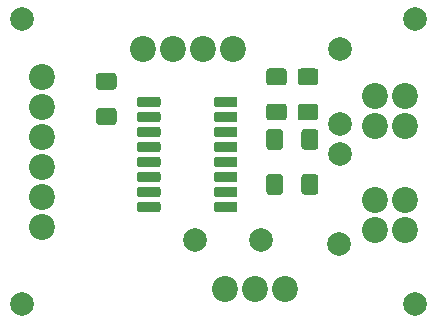
<source format=gbr>
%TF.GenerationSoftware,KiCad,Pcbnew,(5.1.6)-1*%
%TF.CreationDate,2025-08-30T03:37:39-05:00*%
%TF.ProjectId,max3232_board,6d617833-3233-4325-9f62-6f6172642e6b,rev?*%
%TF.SameCoordinates,PX1bdb590PY3072580*%
%TF.FileFunction,Soldermask,Bot*%
%TF.FilePolarity,Negative*%
%FSLAX46Y46*%
G04 Gerber Fmt 4.6, Leading zero omitted, Abs format (unit mm)*
G04 Created by KiCad (PCBNEW (5.1.6)-1) date 2025-08-30 03:37:39*
%MOMM*%
%LPD*%
G01*
G04 APERTURE LIST*
%ADD10C,2.000000*%
%ADD11C,2.200000*%
G04 APERTURE END LIST*
D10*
%TO.C,REF\u002A\u002A*%
X35814000Y26670000D03*
%TD*%
%TO.C,REF\u002A\u002A*%
X35814000Y2540000D03*
%TD*%
%TO.C,REF\u002A\u002A*%
X2540000Y2540000D03*
%TD*%
%TO.C,REF\u002A\u002A*%
X2540000Y26670000D03*
%TD*%
%TO.C,C1*%
G36*
G01*
X27358500Y18120000D02*
X26108500Y18120000D01*
G75*
G02*
X25858500Y18370000I0J250000D01*
G01*
X25858500Y19295000D01*
G75*
G02*
X26108500Y19545000I250000J0D01*
G01*
X27358500Y19545000D01*
G75*
G02*
X27608500Y19295000I0J-250000D01*
G01*
X27608500Y18370000D01*
G75*
G02*
X27358500Y18120000I-250000J0D01*
G01*
G37*
G36*
G01*
X27358500Y21095000D02*
X26108500Y21095000D01*
G75*
G02*
X25858500Y21345000I0J250000D01*
G01*
X25858500Y22270000D01*
G75*
G02*
X26108500Y22520000I250000J0D01*
G01*
X27358500Y22520000D01*
G75*
G02*
X27608500Y22270000I0J-250000D01*
G01*
X27608500Y21345000D01*
G75*
G02*
X27358500Y21095000I-250000J0D01*
G01*
G37*
%TD*%
%TO.C,C2*%
G36*
G01*
X26175000Y12075000D02*
X26175000Y13325000D01*
G75*
G02*
X26425000Y13575000I250000J0D01*
G01*
X27350000Y13575000D01*
G75*
G02*
X27600000Y13325000I0J-250000D01*
G01*
X27600000Y12075000D01*
G75*
G02*
X27350000Y11825000I-250000J0D01*
G01*
X26425000Y11825000D01*
G75*
G02*
X26175000Y12075000I0J250000D01*
G01*
G37*
G36*
G01*
X23200000Y12075000D02*
X23200000Y13325000D01*
G75*
G02*
X23450000Y13575000I250000J0D01*
G01*
X24375000Y13575000D01*
G75*
G02*
X24625000Y13325000I0J-250000D01*
G01*
X24625000Y12075000D01*
G75*
G02*
X24375000Y11825000I-250000J0D01*
G01*
X23450000Y11825000D01*
G75*
G02*
X23200000Y12075000I0J250000D01*
G01*
G37*
%TD*%
%TO.C,C3*%
G36*
G01*
X24691500Y18120000D02*
X23441500Y18120000D01*
G75*
G02*
X23191500Y18370000I0J250000D01*
G01*
X23191500Y19295000D01*
G75*
G02*
X23441500Y19545000I250000J0D01*
G01*
X24691500Y19545000D01*
G75*
G02*
X24941500Y19295000I0J-250000D01*
G01*
X24941500Y18370000D01*
G75*
G02*
X24691500Y18120000I-250000J0D01*
G01*
G37*
G36*
G01*
X24691500Y21095000D02*
X23441500Y21095000D01*
G75*
G02*
X23191500Y21345000I0J250000D01*
G01*
X23191500Y22270000D01*
G75*
G02*
X23441500Y22520000I250000J0D01*
G01*
X24691500Y22520000D01*
G75*
G02*
X24941500Y22270000I0J-250000D01*
G01*
X24941500Y21345000D01*
G75*
G02*
X24691500Y21095000I-250000J0D01*
G01*
G37*
%TD*%
%TO.C,C4*%
G36*
G01*
X27600000Y17135000D02*
X27600000Y15885000D01*
G75*
G02*
X27350000Y15635000I-250000J0D01*
G01*
X26425000Y15635000D01*
G75*
G02*
X26175000Y15885000I0J250000D01*
G01*
X26175000Y17135000D01*
G75*
G02*
X26425000Y17385000I250000J0D01*
G01*
X27350000Y17385000D01*
G75*
G02*
X27600000Y17135000I0J-250000D01*
G01*
G37*
G36*
G01*
X24625000Y17135000D02*
X24625000Y15885000D01*
G75*
G02*
X24375000Y15635000I-250000J0D01*
G01*
X23450000Y15635000D01*
G75*
G02*
X23200000Y15885000I0J250000D01*
G01*
X23200000Y17135000D01*
G75*
G02*
X23450000Y17385000I250000J0D01*
G01*
X24375000Y17385000D01*
G75*
G02*
X24625000Y17135000I0J-250000D01*
G01*
G37*
%TD*%
%TO.C,C5*%
G36*
G01*
X10277000Y20714000D02*
X9027000Y20714000D01*
G75*
G02*
X8777000Y20964000I0J250000D01*
G01*
X8777000Y21889000D01*
G75*
G02*
X9027000Y22139000I250000J0D01*
G01*
X10277000Y22139000D01*
G75*
G02*
X10527000Y21889000I0J-250000D01*
G01*
X10527000Y20964000D01*
G75*
G02*
X10277000Y20714000I-250000J0D01*
G01*
G37*
G36*
G01*
X10277000Y17739000D02*
X9027000Y17739000D01*
G75*
G02*
X8777000Y17989000I0J250000D01*
G01*
X8777000Y18914000D01*
G75*
G02*
X9027000Y19164000I250000J0D01*
G01*
X10277000Y19164000D01*
G75*
G02*
X10527000Y18914000I0J-250000D01*
G01*
X10527000Y17989000D01*
G75*
G02*
X10277000Y17739000I-250000J0D01*
G01*
G37*
%TD*%
D11*
%TO.C,J1*%
X4191000Y9080500D03*
X4191000Y11620500D03*
X4191000Y14160500D03*
X4191000Y16700500D03*
X4191000Y19240500D03*
X4191000Y21780500D03*
%TD*%
%TO.C,J2*%
X32448500Y20193000D03*
X32448500Y17653000D03*
%TD*%
%TO.C,J3*%
X32448500Y8826500D03*
X32448500Y11366500D03*
%TD*%
%TO.C,J4*%
X34988500Y20193000D03*
X34988500Y17653000D03*
%TD*%
%TO.C,J5*%
X34988500Y8826500D03*
X34988500Y11366500D03*
%TD*%
%TO.C,J6*%
X15303500Y24130000D03*
X12763500Y24130000D03*
%TD*%
%TO.C,J7*%
X17843500Y24130000D03*
X20383500Y24130000D03*
%TD*%
%TO.C,J8*%
X24765000Y3810000D03*
X22225000Y3810000D03*
X19685000Y3810000D03*
%TD*%
%TO.C,U1*%
G36*
G01*
X20760000Y19910000D02*
X20760000Y19460000D01*
G75*
G02*
X20535000Y19235000I-225000J0D01*
G01*
X18985000Y19235000D01*
G75*
G02*
X18760000Y19460000I0J225000D01*
G01*
X18760000Y19910000D01*
G75*
G02*
X18985000Y20135000I225000J0D01*
G01*
X20535000Y20135000D01*
G75*
G02*
X20760000Y19910000I0J-225000D01*
G01*
G37*
G36*
G01*
X20760000Y18640000D02*
X20760000Y18190000D01*
G75*
G02*
X20535000Y17965000I-225000J0D01*
G01*
X18985000Y17965000D01*
G75*
G02*
X18760000Y18190000I0J225000D01*
G01*
X18760000Y18640000D01*
G75*
G02*
X18985000Y18865000I225000J0D01*
G01*
X20535000Y18865000D01*
G75*
G02*
X20760000Y18640000I0J-225000D01*
G01*
G37*
G36*
G01*
X20760000Y17370000D02*
X20760000Y16920000D01*
G75*
G02*
X20535000Y16695000I-225000J0D01*
G01*
X18985000Y16695000D01*
G75*
G02*
X18760000Y16920000I0J225000D01*
G01*
X18760000Y17370000D01*
G75*
G02*
X18985000Y17595000I225000J0D01*
G01*
X20535000Y17595000D01*
G75*
G02*
X20760000Y17370000I0J-225000D01*
G01*
G37*
G36*
G01*
X20760000Y16100000D02*
X20760000Y15650000D01*
G75*
G02*
X20535000Y15425000I-225000J0D01*
G01*
X18985000Y15425000D01*
G75*
G02*
X18760000Y15650000I0J225000D01*
G01*
X18760000Y16100000D01*
G75*
G02*
X18985000Y16325000I225000J0D01*
G01*
X20535000Y16325000D01*
G75*
G02*
X20760000Y16100000I0J-225000D01*
G01*
G37*
G36*
G01*
X20760000Y14830000D02*
X20760000Y14380000D01*
G75*
G02*
X20535000Y14155000I-225000J0D01*
G01*
X18985000Y14155000D01*
G75*
G02*
X18760000Y14380000I0J225000D01*
G01*
X18760000Y14830000D01*
G75*
G02*
X18985000Y15055000I225000J0D01*
G01*
X20535000Y15055000D01*
G75*
G02*
X20760000Y14830000I0J-225000D01*
G01*
G37*
G36*
G01*
X20760000Y13560000D02*
X20760000Y13110000D01*
G75*
G02*
X20535000Y12885000I-225000J0D01*
G01*
X18985000Y12885000D01*
G75*
G02*
X18760000Y13110000I0J225000D01*
G01*
X18760000Y13560000D01*
G75*
G02*
X18985000Y13785000I225000J0D01*
G01*
X20535000Y13785000D01*
G75*
G02*
X20760000Y13560000I0J-225000D01*
G01*
G37*
G36*
G01*
X20760000Y12290000D02*
X20760000Y11840000D01*
G75*
G02*
X20535000Y11615000I-225000J0D01*
G01*
X18985000Y11615000D01*
G75*
G02*
X18760000Y11840000I0J225000D01*
G01*
X18760000Y12290000D01*
G75*
G02*
X18985000Y12515000I225000J0D01*
G01*
X20535000Y12515000D01*
G75*
G02*
X20760000Y12290000I0J-225000D01*
G01*
G37*
G36*
G01*
X20760000Y11020000D02*
X20760000Y10570000D01*
G75*
G02*
X20535000Y10345000I-225000J0D01*
G01*
X18985000Y10345000D01*
G75*
G02*
X18760000Y10570000I0J225000D01*
G01*
X18760000Y11020000D01*
G75*
G02*
X18985000Y11245000I225000J0D01*
G01*
X20535000Y11245000D01*
G75*
G02*
X20760000Y11020000I0J-225000D01*
G01*
G37*
G36*
G01*
X14260000Y11020000D02*
X14260000Y10570000D01*
G75*
G02*
X14035000Y10345000I-225000J0D01*
G01*
X12485000Y10345000D01*
G75*
G02*
X12260000Y10570000I0J225000D01*
G01*
X12260000Y11020000D01*
G75*
G02*
X12485000Y11245000I225000J0D01*
G01*
X14035000Y11245000D01*
G75*
G02*
X14260000Y11020000I0J-225000D01*
G01*
G37*
G36*
G01*
X14260000Y12290000D02*
X14260000Y11840000D01*
G75*
G02*
X14035000Y11615000I-225000J0D01*
G01*
X12485000Y11615000D01*
G75*
G02*
X12260000Y11840000I0J225000D01*
G01*
X12260000Y12290000D01*
G75*
G02*
X12485000Y12515000I225000J0D01*
G01*
X14035000Y12515000D01*
G75*
G02*
X14260000Y12290000I0J-225000D01*
G01*
G37*
G36*
G01*
X14260000Y13560000D02*
X14260000Y13110000D01*
G75*
G02*
X14035000Y12885000I-225000J0D01*
G01*
X12485000Y12885000D01*
G75*
G02*
X12260000Y13110000I0J225000D01*
G01*
X12260000Y13560000D01*
G75*
G02*
X12485000Y13785000I225000J0D01*
G01*
X14035000Y13785000D01*
G75*
G02*
X14260000Y13560000I0J-225000D01*
G01*
G37*
G36*
G01*
X14260000Y14830000D02*
X14260000Y14380000D01*
G75*
G02*
X14035000Y14155000I-225000J0D01*
G01*
X12485000Y14155000D01*
G75*
G02*
X12260000Y14380000I0J225000D01*
G01*
X12260000Y14830000D01*
G75*
G02*
X12485000Y15055000I225000J0D01*
G01*
X14035000Y15055000D01*
G75*
G02*
X14260000Y14830000I0J-225000D01*
G01*
G37*
G36*
G01*
X14260000Y16100000D02*
X14260000Y15650000D01*
G75*
G02*
X14035000Y15425000I-225000J0D01*
G01*
X12485000Y15425000D01*
G75*
G02*
X12260000Y15650000I0J225000D01*
G01*
X12260000Y16100000D01*
G75*
G02*
X12485000Y16325000I225000J0D01*
G01*
X14035000Y16325000D01*
G75*
G02*
X14260000Y16100000I0J-225000D01*
G01*
G37*
G36*
G01*
X14260000Y17370000D02*
X14260000Y16920000D01*
G75*
G02*
X14035000Y16695000I-225000J0D01*
G01*
X12485000Y16695000D01*
G75*
G02*
X12260000Y16920000I0J225000D01*
G01*
X12260000Y17370000D01*
G75*
G02*
X12485000Y17595000I225000J0D01*
G01*
X14035000Y17595000D01*
G75*
G02*
X14260000Y17370000I0J-225000D01*
G01*
G37*
G36*
G01*
X14260000Y18640000D02*
X14260000Y18190000D01*
G75*
G02*
X14035000Y17965000I-225000J0D01*
G01*
X12485000Y17965000D01*
G75*
G02*
X12260000Y18190000I0J225000D01*
G01*
X12260000Y18640000D01*
G75*
G02*
X12485000Y18865000I225000J0D01*
G01*
X14035000Y18865000D01*
G75*
G02*
X14260000Y18640000I0J-225000D01*
G01*
G37*
G36*
G01*
X14260000Y19910000D02*
X14260000Y19460000D01*
G75*
G02*
X14035000Y19235000I-225000J0D01*
G01*
X12485000Y19235000D01*
G75*
G02*
X12260000Y19460000I0J225000D01*
G01*
X12260000Y19910000D01*
G75*
G02*
X12485000Y20135000I225000J0D01*
G01*
X14035000Y20135000D01*
G75*
G02*
X14260000Y19910000I0J-225000D01*
G01*
G37*
%TD*%
D10*
X29464000Y17780000D03*
X29464000Y24130000D03*
X22796500Y8001000D03*
X17145000Y8001000D03*
X29400500Y7620000D03*
X29464000Y15240000D03*
M02*

</source>
